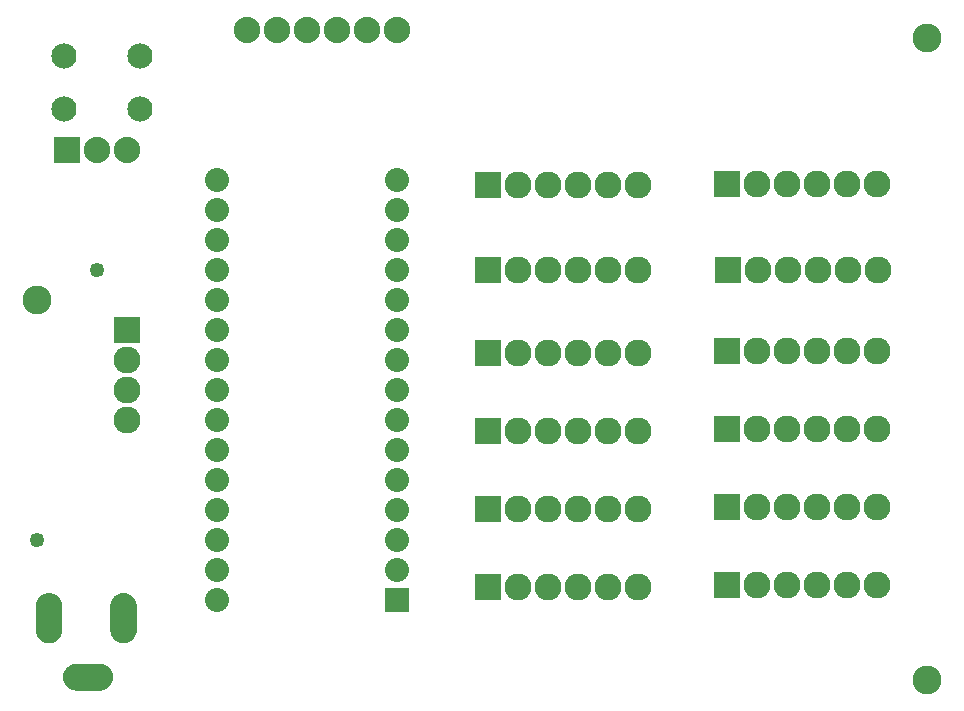
<source format=gbs>
G04 MADE WITH FRITZING*
G04 WWW.FRITZING.ORG*
G04 DOUBLE SIDED*
G04 HOLES PLATED*
G04 CONTOUR ON CENTER OF CONTOUR VECTOR*
%ASAXBY*%
%FSLAX23Y23*%
%MOIN*%
%OFA0B0*%
%SFA1.0B1.0*%
%ADD10C,0.090000*%
%ADD11C,0.096614*%
%ADD12C,0.080000*%
%ADD13C,0.088000*%
%ADD14C,0.084000*%
%ADD15C,0.088740*%
%ADD16C,0.049370*%
%ADD17R,0.090000X0.090000*%
%ADD18R,0.079972X0.080000*%
%ADD19R,0.088000X0.088000*%
%ADD20R,0.001000X0.001000*%
%LNMASK0*%
G90*
G70*
G54D10*
X1655Y940D03*
X1755Y940D03*
X1855Y940D03*
X1955Y940D03*
X2055Y940D03*
X2155Y940D03*
X1655Y418D03*
X1755Y418D03*
X1855Y418D03*
X1955Y418D03*
X2055Y418D03*
X2155Y418D03*
X452Y1276D03*
X452Y1176D03*
X452Y1076D03*
X452Y976D03*
X1655Y678D03*
X1755Y678D03*
X1855Y678D03*
X1955Y678D03*
X2055Y678D03*
X2155Y678D03*
X1655Y1200D03*
X1755Y1200D03*
X1855Y1200D03*
X1955Y1200D03*
X2055Y1200D03*
X2155Y1200D03*
X2452Y426D03*
X2552Y426D03*
X2652Y426D03*
X2752Y426D03*
X2852Y426D03*
X2952Y426D03*
X1655Y1476D03*
X1755Y1476D03*
X1855Y1476D03*
X1955Y1476D03*
X2055Y1476D03*
X2155Y1476D03*
X1655Y1757D03*
X1755Y1757D03*
X1855Y1757D03*
X1955Y1757D03*
X2055Y1757D03*
X2155Y1757D03*
X2452Y686D03*
X2552Y686D03*
X2652Y686D03*
X2752Y686D03*
X2852Y686D03*
X2952Y686D03*
X2452Y1206D03*
X2552Y1206D03*
X2652Y1206D03*
X2752Y1206D03*
X2852Y1206D03*
X2952Y1206D03*
X2452Y946D03*
X2552Y946D03*
X2652Y946D03*
X2752Y946D03*
X2852Y946D03*
X2952Y946D03*
X2454Y1476D03*
X2554Y1476D03*
X2654Y1476D03*
X2754Y1476D03*
X2854Y1476D03*
X2954Y1476D03*
X2452Y1762D03*
X2552Y1762D03*
X2652Y1762D03*
X2752Y1762D03*
X2852Y1762D03*
X2952Y1762D03*
G54D11*
X152Y1376D03*
X3117Y110D03*
X3117Y2249D03*
G54D12*
X1352Y375D03*
X1352Y475D03*
X1352Y575D03*
X1352Y675D03*
X1352Y775D03*
X1352Y875D03*
X1352Y975D03*
X1352Y1075D03*
X1352Y1175D03*
X1352Y1275D03*
X1352Y1375D03*
X1352Y1475D03*
X1352Y1575D03*
X1352Y1675D03*
X1352Y1775D03*
X752Y375D03*
X752Y475D03*
X752Y575D03*
X752Y675D03*
X752Y775D03*
X752Y875D03*
X752Y975D03*
X752Y1075D03*
X752Y1175D03*
X752Y1275D03*
X752Y1375D03*
X752Y1475D03*
X752Y1575D03*
X752Y1675D03*
X752Y1775D03*
G54D13*
X1352Y2276D03*
X1252Y2276D03*
X1152Y2276D03*
X1052Y2276D03*
X952Y2276D03*
X852Y2276D03*
G54D14*
X495Y2011D03*
X239Y2011D03*
X495Y2189D03*
X239Y2189D03*
G54D15*
X439Y314D03*
X191Y314D03*
X321Y117D03*
G54D13*
X252Y1876D03*
X352Y1876D03*
X452Y1876D03*
G54D16*
X152Y576D03*
X352Y1476D03*
G54D17*
X1655Y940D03*
X1655Y418D03*
X452Y1276D03*
X1655Y678D03*
X1655Y1200D03*
X2452Y426D03*
X1655Y1476D03*
X1655Y1757D03*
X2452Y686D03*
X2452Y1206D03*
X2452Y946D03*
X2454Y1476D03*
X2452Y1762D03*
G54D18*
X1352Y375D03*
G54D19*
X252Y1876D03*
G54D20*
X185Y398D02*
X196Y398D01*
X433Y398D02*
X444Y398D01*
X180Y397D02*
X201Y397D01*
X428Y397D02*
X449Y397D01*
X177Y396D02*
X204Y396D01*
X425Y396D02*
X452Y396D01*
X174Y395D02*
X207Y395D01*
X422Y395D02*
X455Y395D01*
X172Y394D02*
X209Y394D01*
X420Y394D02*
X457Y394D01*
X170Y393D02*
X211Y393D01*
X418Y393D02*
X459Y393D01*
X168Y392D02*
X213Y392D01*
X416Y392D02*
X461Y392D01*
X166Y391D02*
X215Y391D01*
X415Y391D02*
X463Y391D01*
X165Y390D02*
X216Y390D01*
X413Y390D02*
X464Y390D01*
X164Y389D02*
X217Y389D01*
X412Y389D02*
X465Y389D01*
X162Y388D02*
X219Y388D01*
X410Y388D02*
X467Y388D01*
X161Y387D02*
X220Y387D01*
X409Y387D02*
X468Y387D01*
X160Y386D02*
X221Y386D01*
X408Y386D02*
X469Y386D01*
X159Y385D02*
X222Y385D01*
X407Y385D02*
X470Y385D01*
X158Y384D02*
X223Y384D01*
X406Y384D02*
X471Y384D01*
X157Y383D02*
X224Y383D01*
X405Y383D02*
X472Y383D01*
X157Y382D02*
X224Y382D01*
X405Y382D02*
X472Y382D01*
X156Y381D02*
X225Y381D01*
X404Y381D02*
X473Y381D01*
X155Y380D02*
X226Y380D01*
X403Y380D02*
X474Y380D01*
X154Y379D02*
X227Y379D01*
X402Y379D02*
X475Y379D01*
X154Y378D02*
X227Y378D01*
X402Y378D02*
X475Y378D01*
X153Y377D02*
X228Y377D01*
X401Y377D02*
X476Y377D01*
X153Y376D02*
X228Y376D01*
X401Y376D02*
X477Y376D01*
X152Y375D02*
X229Y375D01*
X400Y375D02*
X477Y375D01*
X151Y374D02*
X230Y374D01*
X400Y374D02*
X478Y374D01*
X151Y373D02*
X230Y373D01*
X399Y373D02*
X478Y373D01*
X151Y372D02*
X231Y372D01*
X399Y372D02*
X479Y372D01*
X150Y371D02*
X231Y371D01*
X398Y371D02*
X479Y371D01*
X150Y370D02*
X231Y370D01*
X398Y370D02*
X479Y370D01*
X149Y369D02*
X232Y369D01*
X397Y369D02*
X480Y369D01*
X149Y368D02*
X232Y368D01*
X397Y368D02*
X480Y368D01*
X149Y367D02*
X232Y367D01*
X397Y367D02*
X480Y367D01*
X148Y366D02*
X233Y366D01*
X396Y366D02*
X481Y366D01*
X148Y365D02*
X233Y365D01*
X396Y365D02*
X481Y365D01*
X148Y364D02*
X233Y364D01*
X396Y364D02*
X481Y364D01*
X148Y363D02*
X233Y363D01*
X396Y363D02*
X481Y363D01*
X147Y362D02*
X234Y362D01*
X395Y362D02*
X482Y362D01*
X147Y361D02*
X234Y361D01*
X395Y361D02*
X482Y361D01*
X147Y360D02*
X234Y360D01*
X395Y360D02*
X482Y360D01*
X147Y359D02*
X234Y359D01*
X395Y359D02*
X482Y359D01*
X147Y358D02*
X234Y358D01*
X395Y358D02*
X482Y358D01*
X147Y357D02*
X234Y357D01*
X395Y357D02*
X482Y357D01*
X147Y356D02*
X234Y356D01*
X395Y356D02*
X482Y356D01*
X147Y355D02*
X234Y355D01*
X395Y355D02*
X482Y355D01*
X147Y354D02*
X234Y354D01*
X395Y354D02*
X482Y354D01*
X147Y353D02*
X234Y353D01*
X395Y353D02*
X482Y353D01*
X147Y352D02*
X234Y352D01*
X395Y352D02*
X482Y352D01*
X147Y351D02*
X234Y351D01*
X395Y351D02*
X482Y351D01*
X147Y350D02*
X234Y350D01*
X395Y350D02*
X482Y350D01*
X147Y349D02*
X234Y349D01*
X395Y349D02*
X482Y349D01*
X147Y348D02*
X234Y348D01*
X395Y348D02*
X482Y348D01*
X147Y347D02*
X234Y347D01*
X395Y347D02*
X482Y347D01*
X147Y346D02*
X234Y346D01*
X395Y346D02*
X482Y346D01*
X147Y345D02*
X234Y345D01*
X395Y345D02*
X482Y345D01*
X147Y344D02*
X234Y344D01*
X395Y344D02*
X482Y344D01*
X147Y343D02*
X234Y343D01*
X395Y343D02*
X482Y343D01*
X147Y342D02*
X234Y342D01*
X395Y342D02*
X482Y342D01*
X147Y341D02*
X234Y341D01*
X395Y341D02*
X482Y341D01*
X147Y340D02*
X234Y340D01*
X395Y340D02*
X482Y340D01*
X147Y339D02*
X234Y339D01*
X395Y339D02*
X482Y339D01*
X147Y338D02*
X234Y338D01*
X395Y338D02*
X482Y338D01*
X147Y337D02*
X234Y337D01*
X395Y337D02*
X482Y337D01*
X147Y336D02*
X234Y336D01*
X395Y336D02*
X482Y336D01*
X147Y335D02*
X234Y335D01*
X395Y335D02*
X482Y335D01*
X147Y334D02*
X234Y334D01*
X395Y334D02*
X482Y334D01*
X147Y333D02*
X234Y333D01*
X395Y333D02*
X482Y333D01*
X147Y332D02*
X234Y332D01*
X395Y332D02*
X482Y332D01*
X147Y331D02*
X234Y331D01*
X395Y331D02*
X482Y331D01*
X147Y330D02*
X234Y330D01*
X395Y330D02*
X482Y330D01*
X147Y329D02*
X186Y329D01*
X195Y329D02*
X234Y329D01*
X395Y329D02*
X434Y329D01*
X443Y329D02*
X482Y329D01*
X147Y328D02*
X184Y328D01*
X197Y328D02*
X234Y328D01*
X395Y328D02*
X432Y328D01*
X445Y328D02*
X482Y328D01*
X147Y327D02*
X182Y327D01*
X199Y327D02*
X234Y327D01*
X395Y327D02*
X430Y327D01*
X447Y327D02*
X482Y327D01*
X147Y326D02*
X181Y326D01*
X200Y326D02*
X234Y326D01*
X395Y326D02*
X429Y326D01*
X448Y326D02*
X482Y326D01*
X147Y325D02*
X180Y325D01*
X202Y325D02*
X234Y325D01*
X395Y325D02*
X428Y325D01*
X450Y325D02*
X482Y325D01*
X147Y324D02*
X179Y324D01*
X202Y324D02*
X234Y324D01*
X395Y324D02*
X427Y324D01*
X450Y324D02*
X482Y324D01*
X147Y323D02*
X178Y323D01*
X203Y323D02*
X234Y323D01*
X395Y323D02*
X426Y323D01*
X451Y323D02*
X482Y323D01*
X147Y322D02*
X177Y322D01*
X204Y322D02*
X234Y322D01*
X395Y322D02*
X425Y322D01*
X452Y322D02*
X482Y322D01*
X147Y321D02*
X177Y321D01*
X204Y321D02*
X234Y321D01*
X395Y321D02*
X425Y321D01*
X452Y321D02*
X482Y321D01*
X147Y320D02*
X176Y320D01*
X205Y320D02*
X234Y320D01*
X395Y320D02*
X424Y320D01*
X453Y320D02*
X482Y320D01*
X147Y319D02*
X176Y319D01*
X205Y319D02*
X234Y319D01*
X395Y319D02*
X424Y319D01*
X453Y319D02*
X482Y319D01*
X147Y318D02*
X176Y318D01*
X205Y318D02*
X234Y318D01*
X395Y318D02*
X424Y318D01*
X453Y318D02*
X482Y318D01*
X147Y317D02*
X176Y317D01*
X206Y317D02*
X234Y317D01*
X395Y317D02*
X424Y317D01*
X454Y317D02*
X482Y317D01*
X147Y316D02*
X175Y316D01*
X206Y316D02*
X234Y316D01*
X395Y316D02*
X423Y316D01*
X454Y316D02*
X482Y316D01*
X147Y315D02*
X175Y315D01*
X206Y315D02*
X234Y315D01*
X395Y315D02*
X423Y315D01*
X454Y315D02*
X482Y315D01*
X147Y314D02*
X175Y314D01*
X206Y314D02*
X234Y314D01*
X395Y314D02*
X423Y314D01*
X454Y314D02*
X482Y314D01*
X147Y313D02*
X175Y313D01*
X206Y313D02*
X234Y313D01*
X395Y313D02*
X424Y313D01*
X454Y313D02*
X482Y313D01*
X147Y312D02*
X176Y312D01*
X205Y312D02*
X234Y312D01*
X395Y312D02*
X424Y312D01*
X453Y312D02*
X482Y312D01*
X147Y311D02*
X176Y311D01*
X205Y311D02*
X234Y311D01*
X395Y311D02*
X424Y311D01*
X453Y311D02*
X482Y311D01*
X147Y310D02*
X176Y310D01*
X205Y310D02*
X234Y310D01*
X395Y310D02*
X424Y310D01*
X453Y310D02*
X482Y310D01*
X147Y309D02*
X176Y309D01*
X205Y309D02*
X234Y309D01*
X395Y309D02*
X424Y309D01*
X453Y309D02*
X482Y309D01*
X147Y308D02*
X177Y308D01*
X204Y308D02*
X234Y308D01*
X395Y308D02*
X425Y308D01*
X452Y308D02*
X482Y308D01*
X147Y307D02*
X178Y307D01*
X204Y307D02*
X234Y307D01*
X395Y307D02*
X426Y307D01*
X452Y307D02*
X482Y307D01*
X147Y306D02*
X178Y306D01*
X203Y306D02*
X234Y306D01*
X395Y306D02*
X426Y306D01*
X451Y306D02*
X482Y306D01*
X147Y305D02*
X179Y305D01*
X202Y305D02*
X234Y305D01*
X395Y305D02*
X427Y305D01*
X450Y305D02*
X482Y305D01*
X147Y304D02*
X180Y304D01*
X201Y304D02*
X234Y304D01*
X395Y304D02*
X428Y304D01*
X449Y304D02*
X482Y304D01*
X147Y303D02*
X181Y303D01*
X200Y303D02*
X234Y303D01*
X395Y303D02*
X429Y303D01*
X448Y303D02*
X482Y303D01*
X147Y302D02*
X183Y302D01*
X198Y302D02*
X234Y302D01*
X395Y302D02*
X431Y302D01*
X446Y302D02*
X482Y302D01*
X147Y301D02*
X185Y301D01*
X196Y301D02*
X234Y301D01*
X395Y301D02*
X433Y301D01*
X444Y301D02*
X482Y301D01*
X147Y300D02*
X234Y300D01*
X395Y300D02*
X482Y300D01*
X147Y299D02*
X234Y299D01*
X395Y299D02*
X482Y299D01*
X147Y298D02*
X234Y298D01*
X395Y298D02*
X482Y298D01*
X147Y297D02*
X234Y297D01*
X395Y297D02*
X482Y297D01*
X147Y296D02*
X234Y296D01*
X395Y296D02*
X482Y296D01*
X147Y295D02*
X234Y295D01*
X395Y295D02*
X482Y295D01*
X147Y294D02*
X234Y294D01*
X395Y294D02*
X482Y294D01*
X147Y293D02*
X234Y293D01*
X395Y293D02*
X482Y293D01*
X147Y292D02*
X234Y292D01*
X395Y292D02*
X482Y292D01*
X147Y291D02*
X234Y291D01*
X395Y291D02*
X482Y291D01*
X147Y290D02*
X234Y290D01*
X395Y290D02*
X482Y290D01*
X147Y289D02*
X234Y289D01*
X395Y289D02*
X482Y289D01*
X147Y288D02*
X234Y288D01*
X395Y288D02*
X482Y288D01*
X147Y287D02*
X234Y287D01*
X395Y287D02*
X482Y287D01*
X147Y286D02*
X234Y286D01*
X395Y286D02*
X482Y286D01*
X147Y285D02*
X234Y285D01*
X395Y285D02*
X482Y285D01*
X147Y284D02*
X234Y284D01*
X395Y284D02*
X482Y284D01*
X147Y283D02*
X234Y283D01*
X395Y283D02*
X482Y283D01*
X147Y282D02*
X234Y282D01*
X395Y282D02*
X482Y282D01*
X147Y281D02*
X234Y281D01*
X395Y281D02*
X482Y281D01*
X147Y280D02*
X234Y280D01*
X395Y280D02*
X482Y280D01*
X147Y279D02*
X234Y279D01*
X395Y279D02*
X482Y279D01*
X147Y278D02*
X234Y278D01*
X395Y278D02*
X482Y278D01*
X147Y277D02*
X234Y277D01*
X395Y277D02*
X482Y277D01*
X147Y276D02*
X234Y276D01*
X395Y276D02*
X482Y276D01*
X147Y275D02*
X234Y275D01*
X395Y275D02*
X482Y275D01*
X147Y274D02*
X234Y274D01*
X395Y274D02*
X482Y274D01*
X147Y273D02*
X234Y273D01*
X395Y273D02*
X482Y273D01*
X147Y272D02*
X234Y272D01*
X395Y272D02*
X482Y272D01*
X147Y271D02*
X234Y271D01*
X395Y271D02*
X482Y271D01*
X147Y270D02*
X234Y270D01*
X395Y270D02*
X482Y270D01*
X147Y269D02*
X234Y269D01*
X395Y269D02*
X482Y269D01*
X147Y268D02*
X234Y268D01*
X395Y268D02*
X482Y268D01*
X148Y267D02*
X234Y267D01*
X396Y267D02*
X482Y267D01*
X148Y266D02*
X233Y266D01*
X396Y266D02*
X481Y266D01*
X148Y265D02*
X233Y265D01*
X396Y265D02*
X481Y265D01*
X148Y264D02*
X233Y264D01*
X396Y264D02*
X481Y264D01*
X149Y263D02*
X233Y263D01*
X397Y263D02*
X481Y263D01*
X149Y262D02*
X232Y262D01*
X397Y262D02*
X480Y262D01*
X149Y261D02*
X232Y261D01*
X397Y261D02*
X480Y261D01*
X150Y260D02*
X231Y260D01*
X398Y260D02*
X480Y260D01*
X150Y259D02*
X231Y259D01*
X398Y259D02*
X479Y259D01*
X150Y258D02*
X231Y258D01*
X398Y258D02*
X479Y258D01*
X151Y257D02*
X230Y257D01*
X399Y257D02*
X478Y257D01*
X151Y256D02*
X230Y256D01*
X399Y256D02*
X478Y256D01*
X152Y255D02*
X229Y255D01*
X400Y255D02*
X477Y255D01*
X152Y254D02*
X229Y254D01*
X400Y254D02*
X477Y254D01*
X153Y253D02*
X228Y253D01*
X401Y253D02*
X476Y253D01*
X153Y252D02*
X228Y252D01*
X401Y252D02*
X476Y252D01*
X154Y251D02*
X227Y251D01*
X402Y251D02*
X475Y251D01*
X155Y250D02*
X226Y250D01*
X403Y250D02*
X474Y250D01*
X155Y249D02*
X226Y249D01*
X403Y249D02*
X474Y249D01*
X156Y248D02*
X225Y248D01*
X404Y248D02*
X473Y248D01*
X157Y247D02*
X224Y247D01*
X405Y247D02*
X472Y247D01*
X158Y246D02*
X223Y246D01*
X406Y246D02*
X471Y246D01*
X159Y245D02*
X222Y245D01*
X407Y245D02*
X470Y245D01*
X160Y244D02*
X221Y244D01*
X408Y244D02*
X469Y244D01*
X161Y243D02*
X220Y243D01*
X409Y243D02*
X468Y243D01*
X162Y242D02*
X219Y242D01*
X410Y242D02*
X467Y242D01*
X163Y241D02*
X218Y241D01*
X411Y241D02*
X466Y241D01*
X164Y240D02*
X217Y240D01*
X412Y240D02*
X465Y240D01*
X166Y239D02*
X215Y239D01*
X414Y239D02*
X463Y239D01*
X167Y238D02*
X214Y238D01*
X415Y238D02*
X462Y238D01*
X169Y237D02*
X212Y237D01*
X417Y237D02*
X460Y237D01*
X171Y236D02*
X210Y236D01*
X419Y236D02*
X458Y236D01*
X173Y235D02*
X208Y235D01*
X421Y235D02*
X456Y235D01*
X175Y234D02*
X206Y234D01*
X423Y234D02*
X454Y234D01*
X178Y233D02*
X203Y233D01*
X426Y233D02*
X451Y233D01*
X182Y232D02*
X199Y232D01*
X430Y232D02*
X447Y232D01*
X277Y162D02*
X364Y162D01*
X271Y161D02*
X370Y161D01*
X268Y160D02*
X373Y160D01*
X265Y159D02*
X376Y159D01*
X263Y158D02*
X378Y158D01*
X261Y157D02*
X380Y157D01*
X259Y156D02*
X382Y156D01*
X257Y155D02*
X384Y155D01*
X256Y154D02*
X385Y154D01*
X255Y153D02*
X386Y153D01*
X253Y152D02*
X388Y152D01*
X252Y151D02*
X389Y151D01*
X251Y150D02*
X390Y150D01*
X250Y149D02*
X391Y149D01*
X249Y148D02*
X392Y148D01*
X248Y147D02*
X393Y147D01*
X247Y146D02*
X394Y146D01*
X247Y145D02*
X394Y145D01*
X246Y144D02*
X395Y144D01*
X245Y143D02*
X396Y143D01*
X244Y142D02*
X396Y142D01*
X244Y141D02*
X397Y141D01*
X243Y140D02*
X398Y140D01*
X243Y139D02*
X398Y139D01*
X242Y138D02*
X399Y138D01*
X242Y137D02*
X399Y137D01*
X241Y136D02*
X400Y136D01*
X241Y135D02*
X400Y135D01*
X240Y134D02*
X401Y134D01*
X240Y133D02*
X401Y133D01*
X240Y132D02*
X316Y132D01*
X325Y132D02*
X401Y132D01*
X239Y131D02*
X313Y131D01*
X328Y131D02*
X402Y131D01*
X239Y130D02*
X312Y130D01*
X329Y130D02*
X402Y130D01*
X239Y129D02*
X310Y129D01*
X331Y129D02*
X402Y129D01*
X238Y128D02*
X309Y128D01*
X332Y128D02*
X402Y128D01*
X238Y127D02*
X308Y127D01*
X332Y127D02*
X403Y127D01*
X238Y126D02*
X308Y126D01*
X333Y126D02*
X403Y126D01*
X238Y125D02*
X307Y125D01*
X334Y125D02*
X403Y125D01*
X238Y124D02*
X307Y124D01*
X334Y124D02*
X403Y124D01*
X238Y123D02*
X306Y123D01*
X335Y123D02*
X403Y123D01*
X237Y122D02*
X306Y122D01*
X335Y122D02*
X403Y122D01*
X237Y121D02*
X306Y121D01*
X335Y121D02*
X404Y121D01*
X237Y120D02*
X305Y120D01*
X335Y120D02*
X404Y120D01*
X237Y119D02*
X305Y119D01*
X336Y119D02*
X404Y119D01*
X237Y118D02*
X305Y118D01*
X336Y118D02*
X404Y118D01*
X237Y117D02*
X305Y117D01*
X336Y117D02*
X404Y117D01*
X237Y116D02*
X305Y116D01*
X335Y116D02*
X404Y116D01*
X237Y115D02*
X306Y115D01*
X335Y115D02*
X404Y115D01*
X237Y114D02*
X306Y114D01*
X335Y114D02*
X403Y114D01*
X238Y113D02*
X306Y113D01*
X335Y113D02*
X403Y113D01*
X238Y112D02*
X306Y112D01*
X334Y112D02*
X403Y112D01*
X238Y111D02*
X307Y111D01*
X334Y111D02*
X403Y111D01*
X238Y110D02*
X308Y110D01*
X333Y110D02*
X403Y110D01*
X238Y109D02*
X308Y109D01*
X333Y109D02*
X403Y109D01*
X238Y108D02*
X309Y108D01*
X332Y108D02*
X402Y108D01*
X239Y107D02*
X310Y107D01*
X331Y107D02*
X402Y107D01*
X239Y106D02*
X311Y106D01*
X329Y106D02*
X402Y106D01*
X239Y105D02*
X313Y105D01*
X328Y105D02*
X402Y105D01*
X240Y104D02*
X315Y104D01*
X326Y104D02*
X401Y104D01*
X240Y103D02*
X401Y103D01*
X240Y102D02*
X401Y102D01*
X241Y101D02*
X400Y101D01*
X241Y100D02*
X400Y100D01*
X242Y99D02*
X399Y99D01*
X242Y98D02*
X399Y98D01*
X243Y97D02*
X398Y97D01*
X243Y96D02*
X398Y96D01*
X244Y95D02*
X397Y95D01*
X244Y94D02*
X397Y94D01*
X245Y93D02*
X396Y93D01*
X246Y92D02*
X395Y92D01*
X246Y91D02*
X394Y91D01*
X247Y90D02*
X394Y90D01*
X248Y89D02*
X393Y89D01*
X249Y88D02*
X392Y88D01*
X250Y87D02*
X391Y87D01*
X251Y86D02*
X390Y86D01*
X252Y85D02*
X389Y85D01*
X253Y84D02*
X388Y84D01*
X254Y83D02*
X387Y83D01*
X256Y82D02*
X385Y82D01*
X257Y81D02*
X384Y81D01*
X259Y80D02*
X382Y80D01*
X261Y79D02*
X380Y79D01*
X263Y78D02*
X378Y78D01*
X265Y77D02*
X376Y77D01*
X267Y76D02*
X373Y76D01*
X271Y75D02*
X370Y75D01*
X276Y74D02*
X365Y74D01*
D02*
G04 End of Mask0*
M02*
</source>
